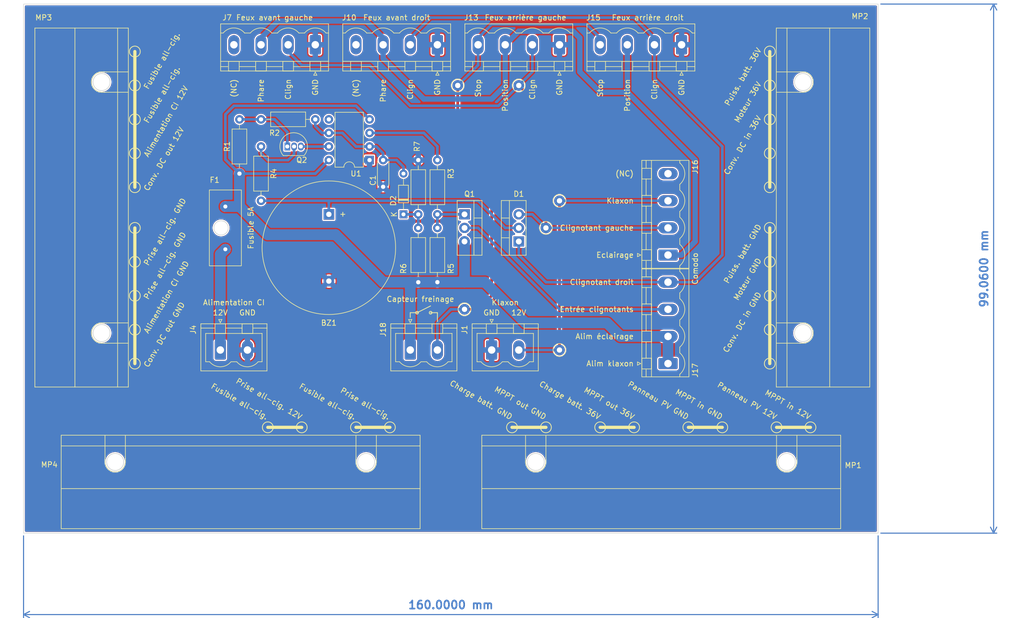
<source format=kicad_pcb>
(kicad_pcb (version 20211014) (generator pcbnew)

  (general
    (thickness 1.6)
  )

  (paper "A4")
  (layers
    (0 "F.Cu" signal)
    (31 "B.Cu" signal)
    (32 "B.Adhes" user "B.Adhesive")
    (33 "F.Adhes" user "F.Adhesive")
    (34 "B.Paste" user)
    (35 "F.Paste" user)
    (36 "B.SilkS" user "B.Silkscreen")
    (37 "F.SilkS" user "F.Silkscreen")
    (38 "B.Mask" user)
    (39 "F.Mask" user)
    (40 "Dwgs.User" user "User.Drawings")
    (41 "Cmts.User" user "User.Comments")
    (42 "Eco1.User" user "User.Eco1")
    (43 "Eco2.User" user "User.Eco2")
    (44 "Edge.Cuts" user)
    (45 "Margin" user)
    (46 "B.CrtYd" user "B.Courtyard")
    (47 "F.CrtYd" user "F.Courtyard")
    (48 "B.Fab" user)
    (49 "F.Fab" user)
    (50 "User.1" user)
    (51 "User.2" user)
    (52 "User.3" user)
    (53 "User.4" user)
    (54 "User.5" user)
    (55 "User.6" user)
    (56 "User.7" user)
    (57 "User.8" user)
    (58 "User.9" user)
  )

  (setup
    (stackup
      (layer "F.SilkS" (type "Top Silk Screen"))
      (layer "F.Paste" (type "Top Solder Paste"))
      (layer "F.Mask" (type "Top Solder Mask") (thickness 0.01))
      (layer "F.Cu" (type "copper") (thickness 0.035))
      (layer "dielectric 1" (type "core") (thickness 1.51) (material "FR4") (epsilon_r 4.5) (loss_tangent 0.02))
      (layer "B.Cu" (type "copper") (thickness 0.035))
      (layer "B.Mask" (type "Bottom Solder Mask") (thickness 0.01))
      (layer "B.Paste" (type "Bottom Solder Paste"))
      (layer "B.SilkS" (type "Bottom Silk Screen"))
      (copper_finish "None")
      (dielectric_constraints no)
    )
    (pad_to_mask_clearance 0)
    (pcbplotparams
      (layerselection 0x00010e0_ffffffff)
      (disableapertmacros false)
      (usegerberextensions false)
      (usegerberattributes true)
      (usegerberadvancedattributes true)
      (creategerberjobfile true)
      (svguseinch false)
      (svgprecision 6)
      (excludeedgelayer true)
      (plotframeref false)
      (viasonmask false)
      (mode 1)
      (useauxorigin false)
      (hpglpennumber 1)
      (hpglpenspeed 20)
      (hpglpendiameter 15.000000)
      (dxfpolygonmode true)
      (dxfimperialunits true)
      (dxfusepcbnewfont true)
      (psnegative false)
      (psa4output false)
      (plotreference true)
      (plotvalue true)
      (plotinvisibletext false)
      (sketchpadsonfab false)
      (subtractmaskfromsilk false)
      (outputformat 1)
      (mirror false)
      (drillshape 0)
      (scaleselection 1)
      (outputdirectory "")
    )
  )

  (net 0 "")
  (net 1 "GND")
  (net 2 "Net-(F1-Pad2)")
  (net 3 "Net-(D1-Pad1)")
  (net 4 "unconnected-(J7-Pad4)")
  (net 5 "unconnected-(J10-Pad4)")
  (net 6 "/Phares")
  (net 7 "Net-(J13-Pad4)")
  (net 8 "Net-(J1-Pad2)")
  (net 9 "/Flasher/Out")
  (net 10 "unconnected-(J17-Pad4)")
  (net 11 "/12V_5A")
  (net 12 "Net-(Q1-Pad1)")
  (net 13 "Net-(C1-Pad1)")
  (net 14 "Net-(D1-Pad3)")
  (net 15 "Net-(Q2-Pad1)")
  (net 16 "unconnected-(U1-Pad5)")
  (net 17 "Net-(Q2-Pad2)")
  (net 18 "/Flasher/Enable")
  (net 19 "Net-(Q2-Pad3)")
  (net 20 "Net-(R3-Pad1)")
  (net 21 "Net-(D2-Pad1)")

  (footprint "circuit:Wago_221-500_SplicingConnectorHolder" (layer "F.Cu") (at 94.615 72.39 90))

  (footprint "circuit:Buzzer_25x16_12.5" (layer "F.Cu") (at 137.16 73.66 -90))

  (footprint "circuit:Strap_D2.0mm_Drill1.0mm" (layer "F.Cu") (at 172.72 49.53))

  (footprint "circuit:Wago_221-500_SplicingConnectorHolder" (layer "F.Cu") (at 120.65 120.015 180))

  (footprint "circuit:Littelfuse_FuseHolder_FL1_178.6764.0001" (layer "F.Cu") (at 117.78 76.2 -90))

  (footprint "circuit:Generic_HeaderSocket_1x02_P5.08mm_Vertical_Open" (layer "F.Cu") (at 116.84 99.06))

  (footprint "Resistor_THT:R_Axial_DIN0207_L6.3mm_D2.5mm_P10.16mm_Horizontal" (layer "F.Cu") (at 157.48 63.5 -90))

  (footprint "circuit:Generic_HeaderSocket_1x04_P5.08mm_Vertical_Open" (layer "F.Cu") (at 180.34 41.91 180))

  (footprint "Package_DIP:DIP-8_W7.62mm" (layer "F.Cu") (at 144.78 63.5 180))

  (footprint "circuit:Strap_D2.0mm_Drill1.0mm" (layer "F.Cu") (at 177.8 76.2))

  (footprint "circuit:Strap_D2.0mm_Drill1.0mm" (layer "F.Cu") (at 180.34 99.06))

  (footprint "circuit:Generic_HeaderSocket_1x04_P5.08mm_Vertical_Open" (layer "F.Cu") (at 203.2 41.91 180))

  (footprint "Package_TO_SOT_THT:TO-220-3_Vertical" (layer "F.Cu") (at 172.72 78.74 90))

  (footprint "Package_TO_SOT_THT:TO-92L_Inline" (layer "F.Cu") (at 129.38 60.96))

  (footprint "circuit:Generic_HeaderSocket_1x04_P5.08mm_Vertical_Open" (layer "F.Cu") (at 134.62 41.91 180))

  (footprint "Resistor_THT:R_Axial_DIN0207_L6.3mm_D2.5mm_P10.16mm_Horizontal" (layer "F.Cu") (at 153.9 73.66 90))

  (footprint "circuit:Generic_HeaderSocket_1x04_P5.08mm_Vertical_Open" (layer "F.Cu") (at 200.66 101.6 90))

  (footprint "Resistor_THT:R_Axial_DIN0207_L6.3mm_D2.5mm_P10.16mm_Horizontal" (layer "F.Cu") (at 157.48 86.36 90))

  (footprint "circuit:Wago_221-500_SplicingConnectorHolder" (layer "F.Cu") (at 225.933 72.39 -90))

  (footprint "Resistor_THT:R_Axial_DIN0207_L6.3mm_D2.5mm_P10.16mm_Horizontal" (layer "F.Cu") (at 124.46 60.96 -90))

  (footprint "Resistor_THT:R_Axial_DIN0207_L6.3mm_D2.5mm_P10.16mm_Horizontal" (layer "F.Cu") (at 153.9 86.37 90))

  (footprint "circuit:Strap_D2.0mm_Drill1.0mm" (layer "F.Cu") (at 162.56 91.44))

  (footprint "Resistor_THT:R_Axial_DIN0207_L6.3mm_D2.5mm_P10.16mm_Horizontal" (layer "F.Cu") (at 120.42 66.04 90))

  (footprint "Resistor_THT:R_Axial_DIN0207_L6.3mm_D2.5mm_P10.16mm_Horizontal" (layer "F.Cu") (at 124.46 55.88))

  (footprint "circuit:Strap_D2.0mm_Drill1.0mm" (layer "F.Cu") (at 180.34 71.12))

  (footprint "Capacitor_THT:C_Disc_D4.3mm_W1.9mm_P5.00mm" (layer "F.Cu") (at 147.32 63.5 -90))

  (footprint "circuit:Strap_D2.0mm_Drill1.0mm" (layer "F.Cu") (at 161.29 49.53))

  (footprint "circuit:Generic_HeaderSocket_1x02_P5.08mm_Vertical_Open" (layer "F.Cu") (at 167.64 99.06))

  (footprint "circuit:Wago_221-500_SplicingConnectorHolder" (layer "F.Cu") (at 199.39 120.015 180))

  (footprint "circuit:Generic_HeaderSocket_1x02_P5.08mm_Vertical_Open" (layer "F.Cu") (at 152.4 99.06))

  (footprint "circuit:Generic_HeaderSocket_1x04_P5.08mm_Vertical_Open" (layer "F.Cu") (at 200.66 81.28 90))

  (footprint "Package_TO_SOT_THT:TO-220-3_Vertical" (layer "F.Cu") (at 162.56 73.66 -90))

  (footprint "circuit:Generic_HeaderSocket_1x04_P5.08mm_Vertical_Open" (layer "F.Cu") (at 157.48 41.91 180))

  (footprint "Diode_THT:D_DO-34_SOD68_P7.62mm_Horizontal" (layer "F.Cu") (at 151.13 73.66 90))

  (gr_circle (center 219.71 43.18) (end 219.71 44.196) (layer "F.SilkS") (width 0.15) (fill none) (tstamp 00cc452e-ba96-4e88-af55-18733b4ebc37))
  (gr_line (start 153.67 92.075) (end 156.21 90.805) (layer "F.SilkS") (width 0.15) (tstamp 037ebb6b-c1e3-482d-a0fb-4947fbe14174))
  (gr_circle (center 227.33 113.538) (end 228.346 113.538) (layer "F.SilkS") (width 0.15) (fill none) (tstamp 055fcf87-c6aa-4d3a-b430-5d09e34b74e5))
  (gr_circle (center 100.838 82.55) (end 100.838 83.566) (layer "F.SilkS") (width 0.15) (fill none) (tstamp 0b32eb5e-cf7d-4f91-a80b-b69cb363145f))
  (gr_circle (center 100.838 55.88) (end 100.838 56.896) (layer "F.SilkS") (width 0.15) (fill none) (tstamp 0d55e7a3-dc43-43c6-9a9a-2009d8d31a46))
  (gr_circle (center 219.71 101.6) (end 219.71 102.616) (layer "F.SilkS") (width 0.15) (fill none) (tstamp 0e0ef8f7-8f11-42c6-a45f-df3b4592f844))
  (gr_circle (center 100.838 76.2) (end 100.838 77.216) (layer "F.SilkS") (width 0.15) (fill none) (tstamp 1c60a30a-615f-448b-a49b-d8cc700366e8))
  (gr_circle (center 219.71 55.88) (end 219.71 56.896) (layer "F.SilkS") (width 0.15) (fill none) (tstamp 1eb217a3-880e-4df2-9811-286c14ac7f74))
  (gr_circle (center 100.838 49.53) (end 100.838 50.546) (layer "F.SilkS") (width 0.15) (fill none) (tstamp 21c33e54-0519-410a-b68d-8ed076ea3b1e))
  (gr_circle (center 219.71 95.25) (end 219.71 96.266) (layer "F.SilkS") (width 0.15) (fill none) (tstamp 22f715ec-100a-4c8e-ab3e-fe94307aa39f))
  (gr_line (start 152.4 92.075) (end 153.67 92.075) (layer "F.SilkS") (width 0.15) (tstamp 2665a517-cfa8-4700-85c7-f742ee9f908d))
  (gr_line (start 219.71 101.6) (end 219.71 76.2) (layer "F.SilkS") (width 0.6) (tstamp 267ab17e-424b-4c5b-bf96-65deaaa5db5d))
  (gr_line (start 171.45 113.538) (end 177.8 113.538) (layer "F.SilkS") (width 0.6) (tstamp 276e2239-1b6d-4c52-a207-9385ed3216ee))
  (gr_circle (center 204.47 113.538) (end 204.47 114.554) (layer "F.SilkS") (width 0.15) (fill none) (tstamp 30a29d66-4141-4259-8081-d6952d8bac58))
  (gr_line (start 152.4 92.964) (end 152.4 92.075) (layer "F.SilkS") (width 0.15) (tstamp 317163f5-2dcf-44f7-ad22-042c6ecaf6a0))
  (gr_circle (center 219.71 76.2) (end 219.71 77.216) (layer "F.SilkS") (width 0.15) (fill none) (tstamp 3415d0f1-a5ec-4da2-977b-59cdf177a34e))
  (gr_circle (center 153.67 92.075) (end 153.67 92.329) (layer "F.SilkS") (width 0.15) (fill none) (tstamp 3ba68855-4f8b-4d02-b57a-7a757e623ac6))
  (gr_line (start 157.48 93.726) (end 157.48 92.075) (layer "F.SilkS") (width 0.15) (tstamp 4884cbfa-0b58-4e04-88a2-8b0679a49cfe))
  (gr_circle (center 177.8 113.538) (end 178.816 113.538) (layer "F.SilkS") (width 0.15) (fill none) (tstamp 4ae8d5b6-ac5e-42d2-b8f3-c8cc021daa80))
  (gr_circle (center 100.838 62.23) (end 100.838 63.246) (layer "F.SilkS") (width 0.15) (fill none) (tstamp 51e3ee0a-facb-4db4-9532-340a50f8f1f2))
  (gr_circle (center 210.82 113.538) (end 211.836 113.538) (layer "F.SilkS") (width 0.15) (fill none) (tstamp 556aaf9d-07f6-43f6-8fc0-4e9785c941f1))
  (gr_circle (center 100.838 101.6) (end 100.838 102.616) (layer "F.SilkS") (width 0.15) (fill none) (tstamp 5bf0cce5-0f16-48e1-8027-73d52d0770a7))
  (gr_line (start 156.21 92.075) (end 157.48 92.075) (layer "F.SilkS") (width 0.15) (tstamp 64594d5f-3d87-4b12-b761-9dd43370d25f))
  (gr_line (start 100.838 101.6) (end 100.838 76.2) (layer "F.SilkS") (width 0.6) (tstamp 6880ab3e-a6aa-4a14-9152-a9eb9358d1fc))
  (gr_circle (center 148.59 113.538) (end 149.606 113.538) (layer "F.SilkS") (width 0.15) (fill none) (tstamp 6a0bff84-e9d8-41a3-aabe-ad4db7905799))
  (gr_circle (center 156.21 92.075) (end 156.21 92.329) (layer "F.SilkS") (width 0.15) (fill none) (tstamp 70832878-fccb-4304-88d0-2e6b8d58c95c))
  (gr_line (start 125.73 113.538) (end 132.08 113.538) (layer "F.SilkS") (width 0.6) (tstamp 762ff740-3b01-4bc8-872a-9874ec8e35e1))
  (gr_circle (center 219.71 62.23) (end 219.71 63.246) (layer "F.SilkS") (width 0.15) (fill none) (tstamp 82d429c8-e93d-4f0a-b38e-c4998fc025d4))
  (gr_circle (center 219.71 88.9) (end 219.71 89.916) (layer "F.SilkS") (width 0.15) (fill none) (tstamp 8c73b2a6-3a37-44e3-a20a-4d59420eda58))
  (gr_circle (center 132.08 113.538) (end 133.096 113.538) (layer "F.SilkS") (width 0.15) (fill none) (tstamp 8c76b169-ab5a-4294-b011-8cc6dbfede52))
  (gr_line (start 142.24 113.538) (end 148.59 113.538) (layer "F.SilkS") (width 0.6) (tstamp 91be0c4d-31d3-4e82-bf1f-77f12a0724d3))
  (gr_circle (center 100.838 68.58) (end 100.838 69.596) (layer "F.SilkS") (width 0.15) (fill none) (tstamp 92debe54-aa60-4d78-93c4-7bed450025c3))
  (gr_circle (center 187.96 113.538) (end 187.96 114.554) (layer "F.SilkS") (width 0.15) (fill none) (tstamp 9e269d91-7d17-4c00-b467-153271320d02))
  (gr_line (start 204.47 113.538) (end 210.82 113.538) (layer "F.SilkS") (width 0.6) (tstamp 9f5f49d5-5120-4673-b032-f8b828707780))
  (gr_circle (center 219.71 68.58) (end 219.71 69.596) (layer "F.SilkS") (width 0.15) (fill none) (tstamp ae522db0-de0e-46c6-a5db-2a3e5dc1e2c8))
  (gr_line (start 187.96 113.538) (end 194.31 113.538) (layer "F.SilkS") (width 0.6) (tstamp b9dd1e64-81b6-4cb3-a41a-714927a1f651))
  (gr_line (start 220.98 113.538) (end 227.33 113.538) (layer "F.SilkS") (width 0.6) (tstamp bd1578a3-4a14-4bd9-bd84-0de04e146746))
  (gr_line (start 219.71 68.58) (end 219.71 43.18) (layer "F.SilkS") (width 0.6) (tstamp c385224b-423f-40f8-919d-7bb5706505b4))
  (gr_circle (center 100.838 43.18) (end 100.838 44.196) (layer "F.SilkS") (width 0.15) (fill none) (tstamp c52275f8-949a-4fec-91e2-a5d4834b2abf))
  (gr_circle (center 194.31 113.538) (end 195.326 113.538) (layer "F.SilkS") (width 0.15) (fill none) (tstamp c623ebf3-b72b-47a6-99f0-44d878243028))
  (gr_circle (center 142.24 113.538) (end 142.24 114.554) (layer "F.SilkS") (width 0.15) (fill none) (tstamp d76ff1a7-35b0-4008-84bc-2c8ee966a14c))
  (gr_circle (center 219.71 82.55) (end 219.71 83.566) (layer "F.SilkS") (width 0.15) (fill none) (tstamp dd06bd11-c251-457b-b962-c3f96bc19116))
  (gr_circle (center 100.838 95.25) (end 100.838 96.266) (layer "F.SilkS") (width 0.15) (fill none) (tstamp e0a52752-2d8f-477c-9516-b9400a50c85b))
  (gr_line (start 100.838 68.58) (end 100.838 43.18) (layer "F.SilkS") (width 0.6) (tstamp e16a7896-6132-41a2-88b1-6a30824e02f1))
  (gr_circle (center 219.71 49.53) (end 219.71 50.546) (layer "F.SilkS") (width 0.15) (fill none) (tstamp e613b6cd-fa9d-4fee-b77c-739df61b24e7))
  (gr_circle (center 125.73 113.538) (end 125.73 114.554) (layer "F.SilkS") (width 0.15) (fill none) (tstamp ec541a50-51a5-45b4-bd93-6dc3c5da4675))
  (gr_circle (center 171.45 113.538) (end 171.45 114.554) (layer "F.SilkS") (width 0.15) (fill none) (tstamp f896295d-a092-487a-b396-fb2265acf685))
  (gr_circle (center 220.98 113.538) (end 220.98 114.554) (layer "F.SilkS") (width 0.15) (fill none) (tstamp f96da55c-37fd-441a-97cf-2faa4effb06f))
  (gr_circle (center 100.838 88.9) (end 100.838 89.916) (layer "F.SilkS") (width 0.15) (fill none) (tstamp ff786ef8-333e-498b-b6d9-09fa2cc3b86f))
  (gr_rect (start 80 34.29) (end 240 133.35) (layer "Edge.Cuts") (width 0.1) (fill none) (tstamp baf93642-2aff-4fc6-b370-4199fa085aee))
  (gr_text "Entrée clignotants" (at 194.31 91.44) (layer "F.SilkS") (tstamp 009327c0-15ee-46e8-892a-58efec518749)
    (effects (font (size 1 1) (thickness 0.15)) (justify right))
  )
  (gr_text "Puiss. batt. 36V" (at 217.805 42.545 60) (layer "F.SilkS") (tstamp 0179d269-e1dc-4937-a3ba-dc7abdc5a4b8)
    (effects (font (size 1 1) (thickness 0.15)) (justify right))
  )
  (gr_text "Capteur freinage" (at 154.305 89.535) (layer "F.SilkS") (tstamp 10f0e3a0-addc-4d65-a2d4-724846e23a5f)
    (effects (font (size 1 1) (thickness 0.15)))
  )
  (gr_text "MPPT in GND" (at 210.82 111.76 330) (layer "F.SilkS") (tstamp 12b35428-8b71-4e7d-bfce-e55e30306b03)
    (effects (font (size 1 1) (thickness 0.15)) (justify right))
  )
  (gr_text "GND" (at 167.64 92.075) (layer "F.SilkS") (tstamp 12d9dba3-877d-4c21-a5de-a6d93121bc35)
    (effects (font (size 1 1) (thickness 0.15)))
  )
  (gr_text "MPPT out 36V" (at 194.31 111.76 330) (layer "F.SilkS") (tstamp 13bbd547-101b-46f3-94a0-1df1740595c5)
    (effects (font (size 1 1) (thickness 0.15)) (justify right))
  )
  (gr_text "Fusible 5A" (at 122.555 76.2 90) (layer "F.SilkS") (tstamp 1544f11d-aee5-4f7d-8a2a-3a2ade2a123d)
    (effects (font (size 1 1) (thickness 0.15)))
  )
  (gr_text "Klaxon" (at 170.18 90.17) (layer "F.SilkS") (tstamp 181f8ef5-8c40-480c-9ede-6f3c7b5ce2ff)
    (effects (font (size 1 1) (thickness 0.15)))
  )
  (gr_text "GND" (at 121.92 92.075) (layer "F.SilkS") (tstamp 184e2e09-0552-4371-9e84-9ca65c6d6146)
    (effects (font (size 1 1) (thickness 0.15)))
  )
  (gr_text "Charge batt. 36V" (at 187.96 111.76 330) (layer "F.SilkS") (tstamp 2069bd85-f5ab-4eeb-82ac-ac9ee9e228da)
    (effects (font (size 1 1) (thickness 0.15)) (justify right))
  )
  (gr_text "Prise all-cig. 12V" (at 132.08 111.76 330) (layer "F.SilkS") (tstamp 21b0bf50-46d5-4c49-8311-ed3f6264e51e)
    (effects (font (size 1 1) (thickness 0.15)) (justify right))
  )
  (gr_text "MPPT out GND" (at 177.8 111.76 330) (layer "F.SilkS") (tstamp 29a589e5-3dc9-406d-8d03-2e70186b2e09)
    (effects (font (size 1 1) (thickness 0.15)) (justify right))
  )
  (gr_text "Clignotant droit" (at 194.31 86.36) (layer "F.SilkS") (tstamp 29d90419-1132-4a2b-970e-b0eccfab1cf9)
    (effects (font (size 1 1) (thickness 0.15)) (justify right))
  )
  (gr_text "GND" (at 134.62 48.26 90) (layer "F.SilkS") (tstamp 2c926ee1-e3c9-40cf-95b9-6c82dc648463)
    (effects (font (size 1 1) (thickness 0.15)) (justify right))
  )
  (gr_text "GND" (at 157.48 48.26 90) (layer "F.SilkS") (tstamp 33c457be-7434-4972-9b74-59a2a75dfe1f)
    (effects (font (size 1 1) (thickness 0.15)) (justify right))
  )
  (gr_text "12V" (at 172.72 92.075) (layer "F.SilkS") (tstamp 3464ffab-61f6-4506-aa32-74780900afde)
    (effects (font (size 1 1) (thickness 0.15)))
  )
  (gr_text "Conv. DC in GND" (at 217.805 88.265 60) (layer "F.SilkS") (tstamp 354f4214-25cc-4c1c-af90-691b93e325f6)
    (effects (font (size 1 1) (thickness 0.15)) (justify right))
  )
  (gr_text "Fusible all-cig." (at 142.24 111.76 330) (layer "F.SilkS") (tstamp 36a31b89-4d85-42e0-a55c-c839a34f9025)
    (effects (font (size 1 1) (thickness 0.15)) (justify right))
  )
  (gr_text "Fusible all-cig." (at 125.73 111.76 330) (layer "F.SilkS") (tstamp 39e7c3a6-7728-4532-abb1-94c7cefee84c)
    (effects (font (size 1 1) (thickness 0.15)) (justify right))
  )
  (gr_text "Conv. DC out 12V" (at 102.87 69.215 60) (layer "F.SilkS") (tstamp 4430018d-167b-42c4-88a6-aec09ab96fc1)
    (effects (font (size 1 1) (thickness 0.15)) (justify left))
  )
  (gr_text "Feux avant gauche" (at 127 36.83) (layer "F.SilkS") (tstamp 479e96c7-febe-46ff-b0f9-4ff5069df68d)
    (effects (font (size 1 1) (thickness 0.15)))
  )
  (gr_text "Feux arrière gauche" (at 173.99 36.83) (layer "F.SilkS") (tstamp 5050200a-ec68-42b1-b377-093dec82d41a)
    (effects (font (size 1 1) (thickness 0.15)))
  )
  (gr_text "Clign" (at 175.26 48.26 90) (layer "F.SilkS") (tstamp 5a15157a-7512-4e5c-84d4-469b0cf5e59f)
    (effects (font (size 1 1) (thickness 0.15)) (justify right))
  )
  (gr_text "Clignotant gauche" (at 194.31 76.2) (layer "F.SilkS") (tstamp 5fdd986d-182f-4920-a3f2-bb498f06298c)
    (effects (font (size 1 1) (thickness 0.15)) (justify right))
  )
  (gr_text "Panneau PV GND" (at 204.47 111.76 330) (layer "F.SilkS") (tstamp 61f9941f-5166-4352-a2f2-5b11a6cad889)
    (effects (font (size 1 1) (thickness 0.15)) (justify right))
  )
  (gr_text "Alimentation CI 12V" (at 102.87 62.865 60) (layer "F.SilkS") (tstamp 65a57779-4789-40b5-bd5a-fe715e8093a8)
    (effects (font (size 1 1) (thickness 0.15)) (justify left))
  )
  (gr_text "12V" (at 116.84 92.075) (layer "F.SilkS") (tstamp 67d847b8-f92c-4347-addf-84d787c4ca95)
    (effects (font (size 1 1) (thickness 0.15)))
  )
  (gr_text "Prise all-cig. GND" (at 102.87 83.185 60) (layer "F.SilkS") (tstamp 6eff0d18-74e4-4ad2-b719-69c3c845f121)
    (effects (font (size 1 1) (thickness 0.15)) (justify left))
  )
  (gr_text "Clign" (at 198.12 48.26 90) (layer "F.SilkS") (tstamp 700b58be-56ba-4cb7-a015-f3877f13d200)
    (effects (font (size 1 1) (thickness 0.15)) (justify right))
  )
  (gr_text "Alimentation CI GND" (at 102.87 95.885 60) (layer "F.SilkS") (tstamp 71182d09-709a-47f7-b7f3-dac75ae64276)
    (effects (font (size 1 1) (thickness 0.15)) (justify left))
  )
  (gr_text "Charge batt. GND" (at 171.45 111.76 330) (layer "F.SilkS") (tstamp 714110b5-09b5-4edb-8143-6d8636562c61)
    (effects (font (size 1 1) (thickness 0.15)) (justify right))
  )
  (gr_text "Stop" (at 165.1 48.26 90) (layer "F.SilkS") (tstamp 722c265d-2783-4131-9fa5-c3608639bdec)
    (effects (font (size 1 1) (thickness 0.15)) (justify right))
  )
  (gr_text "Prise all-cig. GND" (at 102.87 89.535 60) (layer "F.SilkS") (tstamp 7672544e-9c7f-4530-bed9-ccbf1fc792e2)
    (effects (font (size 1 1) (thickness 0.15)) (justify left))
  )
  (gr_text "(NC)" (at 142.24 48.26 90) (layer "F.SilkS") (tstamp 81670fe2-cb26-430f-b727-4812bc9dcec2)
    (effects (font (size 1 1) (thickness 0.15)) (justify right))
  )
  (gr_text "Clign" (at 152.4 48.26 90) (layer "F.SilkS") (tstamp 85a06cc9-afdf-41f7-b124-edeaa893efac)
    (effects (font (size 1 1) (thickness 0.15)) (justify right))
  )
  (gr_text "Clign" (at 129.54 48.26 90) (layer "F.SilkS") (tstamp 8e752887-0b98-4c6b-b65f-b332ae9a9362)
    (effects (font (size 1 1) (thickness 0.15)) (justify right))
  )
  (gr_text "Feux arrière droit" (at 196.85 36.83) (layer "F.SilkS") (tstamp 922a98d4-aa77-4c67-b89f-e480c6ae99db)
    (effects (font (size 1 1) (thickness 0.15)))
  )
  (gr_text "Fusible all-cig." (at 102.87 56.515 60) (layer "F.SilkS") (tstamp 93c27926-85d0-4404-b295-380ef1e37ac5)
    (effects (font (size 1 1) (thickness 0.15)) (justify left))
  )
  (gr_text "Position" (at 170.18 48.26 90) (layer "F.SilkS") (tstamp 9403f260-da8c-45a7-9c0e-fdad94d66a10)
    (effects (font (size 1 1) (thickness 0.15)) (justify right))
  )
  (gr_text "Phare" (at 147.32 48.26 90) (layer "F.SilkS") (tstamp 94258d65-465f-472b-ac8e-490f605ed077)
    (effects (font (size 1 1) (thickness 0.15)) (justify right))
  )
  (gr_text "Moteur GND" (at 217.805 81.915 60) (layer "F.SilkS") (tstamp 9a6087f4-bc8b-43cd-8846-40fb689372eb)
    (effects (font (size 1 1) (thickness 0.15)) (justify right))
  )
  (gr_text "Alim éclairage" (at 194.31 96.52) (layer "F.SilkS") (tstamp ac9c7750-93d2-41f0-97bd-67093134d658)
    (effects (font (size 1 1) (thickness 0.15)) (justify right))
  )
  (gr_text "MPPT in 12V" (at 227.33 111.76 330) (layer "F.SilkS") (tstamp ae97602b-c29e-4540-95a0-a90ab7fb8a31)
    (effects (font (size 1 1) (thickness 0.15)) (justify right))
  )
  (gr_text "Feux avant droit" (at 149.86 36.83) (layer "F.SilkS") (tstamp b2f15d2e-8ab4-4101-9c07-858be9e8e3b8)
    (effects (font (size 1 1) (thickness 0.15)))
  )
  (gr_text "Eclairage" (at 194.31 81.28) (layer "F.SilkS") (tstamp be57702c-5815-47a9-b9b9-e783c8223dc9)
    (effects (font (size 1 1) (thickness 0.15)) (justify right))
  )
  (gr_text "Phare" (at 124.46 48.26 90) (layer "F.SilkS") (tstamp bf17cf21-f1a8-4a6b-80a7-084e7c3b2eb1)
    (effects (font (size 1 1) (thickness 0.15)) (justify right))
  )
  (gr_text "Panneau PV 12V" (at 220.98 111.76 330) (layer "F.SilkS") (tstamp c002088f-cfde-4354-822c-968e274e8262)
    (effects (font (size 1 1) (thickness 0.15)) (justify right))
  )
  (gr_text "Stop" (at 187.96 48.26 90) (layer "F.SilkS") (tstamp c097cb44-de61-4987-b402-80ee892def3d)
    (effects (font (size 1 1) (thickness 0.15)) (justify right))
  )
  (gr_text "Moteur 36V" (at 217.805 48.895 60) (layer "F.SilkS") (tstamp c343e982-c378-429e-a351-6bb7a503e83b)
    (effects (font (size 1 1) (thickness 0.15)) (justify right))
  )
  (gr_text "(NC)" (at 194.31 66.04) (layer "F.SilkS") (tstamp c37607ba-c9a9-4b49-9c6b-40e258059f1a)
    (effects (font (size 1 1) (thickness 0.15)) (justify right))
  )
  (gr_text "Klaxon" (at 194.31 71.12) (layer "F.SilkS") (tstamp c62e4f50-4d66-4232-b6e1-c4686e60ff45)
    (effects (font (size 1 1) (thickness 0.15)) (justify right))
  )
  (gr_text "Alimentation CI" (at 119.38 90.17) (layer "F.SilkS") (tstamp d185276d-52f9-43b2-b205-1ad3d64318ab)
    (effects (font (size 1 1) (thickness 0.15)))
  )
  (gr_text "Conv. DC in 36V" (at 217.805 55.245 60) (layer "F.SilkS") (tstamp d6b3a406-6bda-477d-9ab9-2d46febf82b0)
    (effects (font (size 1 1) (thickness 0.15)) (justify right))
  )
  (gr_text "Alim klaxon" (at 194.31 101.6) (layer "F.SilkS") (tstamp d6dba4b6-cc89-47bc-8a8e-f65dc0b05f49)
    (effects (font (size 1 1) (thickness 0.15)) (justify right))
  )
  (gr_text "Conv. DC out GND" (at 102.87 102.235 60) (layer "F.SilkS") (tstamp d76d4d60-7c6c-4800-9139-422dfceee3ab)
    (effects (font (size 1 1) (thickness 0.15)) (justify left))
  )
  (gr_text "Position" (at 193.04 48.26 90) (layer "F.SilkS") (tstamp d996caa2-9490-43a7-b6d5-be6ef90f2813)
    (effects (font (size 1 1) (thickness 0.15)) (justify right))
  )
  (gr_text "Fusible all-cig." (at 102.87 50.165 60) (layer "F.SilkS") (tstamp dab41d0b-79b2-4449-b22f-6c5c4e5e953e)
    (effects (font (size 1 1) (thickness 0.15)) (justify left))
  )
  (gr_text "Comodo" (at 205.74 83.82 90) (layer "F.SilkS") (tstamp dbb9f5e6-2e8f-4c85-afe4-940d2c33e0c6)
    (effects (font (size 1 1) (thickness 0.15)))
  )
  (gr_text "(NC)" (at 119.38 48.26 90) (layer "F.SilkS") (tstamp e6c921ac-e5b4-4c56-a84a-39691a60427d)
    (effects (font (size 1 1) (thickness 0.15)) (justify right))
  )
  (gr_text "GND" (at 203.2 48.26 90) (layer "F.SilkS") (tstamp f06d498b-d592-47e6-b472-036a273bf9fc)
    (effects (font (size 1 1) (thickness 0.15)) (justify right))
  )
  (gr_text "Puiss. batt. GND" (at 217.805 75.565 60) (layer "F.SilkS") (tstamp f2a68f75-7097-4d14-aa83-0930ed3879c2)
    (effects (font (size 1 1) (thickness 0.15)) (justify right))
  )
  (gr_text "Prise all-cig." (at 148.59 111.76 330) (layer "F.SilkS") (tstamp f5ae01be-f92f-46e1-93d8-12890137dba7)
    (effects (font (size 1 1) (thickness 0.15)) (justify right))
  )
  (gr_text "GND" (at 180.34 48.26 90) (layer "F.SilkS") (tstamp f9a58e77-e2ef-4d43-91c6-174b5c2ccb7e)
    (effects (font (size 1 1) (thickness 0.15)) (justify right))
  )
  (dimension (type aligned) (layer "B.Cu") (tstamp 4e1f1c92-8a9a-4ed5-bef2-e21d317891d9)
    (pts (xy 240 133.35) (xy 80 133.35))
    (height -15.24)
    (gr_text "160.0000 mm" (at 160 146.79) (layer "B.Cu") (tstamp 4e1f1c92-8a9a-4ed5-bef2-e21d317891d9)
      (effects (font (size 1.5 1.5) (thickness 0.3)))
    )
    (format (units 3) (units_format 1) (precision 4))
    (style (thickness 0.2) (arrow_length 1.27) (text_position_mode 0) (extension_height 0.58642) (extension_offset 0.5) keep_text_aligned)
  )
  (dimension (type aligned) (layer "B.Cu") (tstamp 7b10cdd2-34ca-4948-92f5-f31747f57471)
    (pts (xy 240 133.35) (xy 240 34.29))
    (height 21.62)
    (gr_text "99.0600 mm" (at 259.82 83.82 90) (layer "B.Cu") (tstamp 7b10cdd2-34ca-4948-92f5-f31747f57471)
      (effects (font (size 1.5 1.5) (thickness 0.3)))
    )
    (format (units 3) (units_format 1) (precision 4))
    (style (thickness 0.2) (arrow_length 1.27) (text_position_mode 0) (extension_height 0.58642) (extension_offset 0.5) keep_text_aligned)
  )

  (segment (start 116.84 81.14) (end 117.78 80.2) (width 2.032) (layer "B.Cu") (net 2) (tstamp 5c00ef32-89e2-4b31-b097-14aee8989fe3))
  (segment (start 116.84 99.06) (end 116.84 81.14) (width 2.032) (layer "B.Cu") (net 2) (tstamp bbbcfb12-5a4f-4946-9dfa-822d6c963ee0))
  (segment (start 194.31 36.83) (end 198.12 40.64) (width 0.508) (layer "B.Cu") (net 3) (tstamp 1b047a7a-a238-454e-8160-caa19366d198))
  (segment (start 205.74 86.36) (end 200.66 86.36) (width 0.508) (layer "B.Cu") (net 3) (tstamp 4873c0fa-f9f4-4a3b-9e55-0e4de707f919))
  (segment (start 172.72 81.28) (end 177.8 86.36) (width 0.508) (layer "B.Cu") (net 3) (tstamp 5b587f90-2ad8-407c-9476-dfad5d3d8252))
  (segment (start 210.82 81.28) (end 205.74 86.36) (width 0.508) (layer "B.Cu") (net 3) (tstamp 64ccd70d-4c42-4d87-b1d7-1d1154eb1bf7))
  (segment (start 210.82 60.96) (end 210.82 81.28) (width 0.508) (layer "B.Cu") (net 3) (tstamp 851ffa4c-999e-40ab-8ec3-13cd54cd130e))
  (segment (start 172.72 81.28) (end 172.72 78.74) (width 0.508) (layer "B.Cu") (net 3) (tstamp a692b0f7-add8-4118-ae2f-a8afd0a941ca))
  (segment (start 198.12 48.26) (end 210.82 60.96) (width 0.508) (layer "B.Cu") (net 3) (tstamp c704064f-8ed8-4316-8476-f78b187c2d23))
  (segment (start 152.4 40.64) (end 156.21 36.83) (width 0.508) (layer "B.Cu") (net 3) (tstamp cda60d67-cfbe-4899-8113-a44ae70f988a))
  (segment (start 200.66 86.36) (end 177.8 86.36) (width 0.508) (layer "B.Cu") (net 3) (tstamp d02ee71b-f32a-4785-b7c1-5c1bfa3a05ae))
  (segment (start 156.21 36.83) (end 194.31 36.83) (width 0.508) (layer "B.Cu") (net 3) (tstamp daf8d8a4-007f-4463-bbf7-b3835163dda3))
  (segment (start 198.12 41.91) (end 198.12 48.26) (width 0.508) (layer "B.Cu") (net 3) (tstamp e109767f-388d-43c7-b385-1f370cf9d589))
  (segment (start 200.66 81.28) (end 203.2 81.28) (width 1.016) (layer "B.Cu") (net 6) (tstamp 03e25e78-de0a-43c9-be9d-f1bda354831a))
  (segment (start 187.96 50.8) (end 184.15 46.99) (width 1.016) (layer "B.Cu") (net 6) (tstamp 2662ea01-6fbd-4f2d-a0a0-644c1791e8f3))
  (segment (start 170.18 49.53) (end 167.64 52.07) (width 1.016) (layer "B.Cu") (net 6) (tstamp 35cf3ed3-d609-4b6f-8925-bdeb5ede55ff))
  (segment (start 184.15 40.64) (end 182.88 39.37) (width 1.016) (layer "B.Cu") (net 6) (tstamp 3cd90b1f-c080-486b-93d2-e09b09e18f97))
  (segment (start 167.64 52.07) (end 154.94 52.07) (width 1.016) (layer "B.Cu") (net 6) (tstamp 3f27a0ba-06ae-41fa-a3a8-e484448faffd))
  (segment (start 184.15 46.99) (end 184.15 40.64) (width 1.016) (layer "B.Cu") (net 6) (tstamp 4197ec2f-32ba-4e28-9b53-5be0b58dc92e))
  (segment (start 205.74 78.74) (end 205.74 63.5) (width 1.016) (layer "B.Cu") (net 6) (tstamp 48a0fe0d-de3e-4dd5-b912-a6f011b575a2))
  (segment (start 147.32 44.45) (end 154.94 52.07) (width 1.016) (layer "B.Cu") (net 6) (tstamp 57b49646-1da2-4074-a7d9-e344547f344d))
  (segment (start 205.74 63.5) (end 193.04 50.8) (width 1.016) (layer "B.Cu") (net 6) (tstamp 5ac26372-c244-46d2-960a-5df174e80e8d))
  (segment (start 144.145 37.465) (end 147.32 40.64) (width 1.016) (layer "B.Cu") (net 6) (tstamp 5ef8bc12-4dfe-46fc-96bf-78fd239f5675))
  (segment (start 172.72 39.37) (end 170.18 41.91) (width 1.016) (layer "B.Cu") (net 6) (tstamp 71faec62-4780-4281-8494-611fc782074a))
  (segment (start 193.04 50.8) (end 187.96 50.8) (width 1.016) (layer "B.Cu") (net 6) (tstamp 8ca85959-c585-4636-8e94-211ed30eed30))
  (segment (start 193.04 50.8) (end 193.04 40.64) (width 1.016) (layer "B.Cu") (net 6) (tstamp 8f95b7ff-5c40-410e-8fcc-a6c2474a9457))
  (segment (start 170.18 41.91) (end 170.18 49.53) (width 1.016) (layer "B.Cu") (net 6) (tstamp b99290c2-6f32-41e2-afff-748cb8db7787))
  (segment (start 127.635 37.465) (end 144.145 37.465) (width 1.016) (layer "B.Cu") (net 6) (tstamp becf53d0-145d-4e3f-ba33-f70019e12a9e))
  (segment (start 182.88 39.37) (end 172.72 39.37) (width 1.016) (layer "B.Cu") (net 6) (tstamp ddd28225-5026-4e8e-934d-7aaadbc8acc5))
  (segment (start 147.32 44.45) (end 147.32 41.91) (width 1.016) (layer "B.Cu") (net 6) (tstamp ee2f5d29-0b85-43e7-b3e2-0ea7793b7fca))
  (segment (start 203.2 81.28) (end 205.74 78.74) (width 1.016) (layer "B.Cu") (net 6) (tstamp ef4df4a1-07b2-4a92-87d5-495975714946))
  (segment (start 124.46 40.64) (end 127.635 37.465) (width 1.016) (layer "B.Cu") (net 6) (tstamp f59eb8ad-8580-4e20-87c6-782e9228040e))
  (segment (start 167.64 88.9) (end 167.64 63.5) (width 0.508) (layer "F.Cu") (net 7) (tstamp 4e4412b9-c0ee-4fdc-b9cf-345eafb00139))
  (segment (start 165.1 91.44) (end 167.64 88.9) (width 0.508) (layer "F.Cu") (net 7) (tstamp 751946b9-3695-425d-a3e1-bb4bf56f3a95))
  (segment (start 167.64 63.5) (end 161.29 57.15) (width 0.508) (layer "F.Cu") (net 7) (tstamp 929429d7-dbb0-479a-bc72-774154939f15))
  (segment (start 162.56 91.44) (end 165.1 91.44) (width 0.508) (layer "F.Cu") (net 7) (tstamp aa7a1463-5f69-4720-b0a3-f490e61a6372))
  (segment (start 161.29 57.15) (end 161.29 49.53) (width 0.508) (layer "F.Cu") (net 7) (tstamp d439dd61-5921-443f-b481-ccdaf8b00724))
  (segment (start 185.42 38.1) (end 187.96 40.64) (width 0.508) (layer "B.Cu") (net 7) (tstamp 180c0a2e-c9e6-46d6-984b-e682d0446a26))
  (segment (start 165.1 45.72) (end 165.1 41.91) (width 0.508) (layer "B.Cu") (net 7) (tstamp 2544ab90-702a-4571-baca-20aad00ca95b))
  (segment (start 165.1 40.64) (end 167.64 38.1) (width 0.508) (layer "B.Cu") (net 7) (tstamp 904625df-6fca-45d3-86d5-eb2ef3cf357d))
  (segment (start 157.48 99.06) (end 157.48 93.98) (width 0.508) (layer "B.Cu") (net 7) (tstamp a1104868-2d82-4b80-9223-b93dbd0f3aa8))
  (segment (start 161.29 49.53) (end 165.1 45.72) (width 0.508) (layer "B.Cu") (net 7) (tstamp aaf085b3-6514-49d2-8ae3-b803085a48d6))
  (segment (start 167.64 38.1) (end 185.42 38.1) (width 0.508) (layer "B.Cu") (net 7) (tstamp b17bf977-72d6-44fc-9735-73102af16fbb))
  (segment (start 160.02 91.44) (end 162.56 91.44) (width 0.508) (layer "B.Cu") (net 7) (tstamp c4f029d7-7d53-49f5-b580-7aab1eb73184))
  (segment (start 157.48 93.98) (end 160.02 91.44) (width 0.508) (layer "B.Cu") (net 7) (tstamp dd54f6a5-27ae-4b4b-8e0a-717c2b7f4801))
  (segment (start 180.34 71.12) (end 180.34 99.06) (width 0.508) (layer "F.Cu") (net 8) (tstamp fc586361-934b-48b1-8167-21afb98bfced))
  (segment (start 172.72 99.06) (end 180.34 99.06) (width 0.508) (layer "B.Cu") (net 8) (tstamp 65792217-74d9-4125-94a1-cd04d3a182c0))
  (segment (start 180.34 71.12) (end 200.66 71.12) (width 0.508) (layer "B.Cu") (net 8) (tstamp 874c3ad9-c635-42f6-803b-f251bb60d266))
  (segment (start 180.34 91.44) (end 200.66 91.44) (width 0.508) (layer "B.Cu") (net 9) (tstamp 107a0ae7-71cb-48ec-8093-42c100918039))
  (segment (start 162.56 76.2) (end 165.1 76.2) (width 0.508) (layer "B.Cu") (net 9) (tstamp 217529c4-552a-458a-92c7-c771b770a2f2))
  (segment (start 165.1 76.2) (end 180.34 91.44) (width 0.508) (layer "B.Cu") (net 9) (tstamp cac6af1a-a951-4b42-a3c5-127b4f03477f))
  (segment (start 119.38 53.34) (end 142.24 53.34) (width 0.508) (layer "B.Cu") (net 11) (tstamp 0bbddc3c-6072-4d58-a8fc-ca1bf718c0f2))
  (segment (start 120.38 72.2) (end 120.42 72.16) (width 2.032) (layer "B.Cu") (net 11) (tstamp 0c3a48c2-dd38-4ceb-b526-59620e69d231))
  (segment (start 142.24 53.34) (end 144.78 55.88) (width 0.508) (layer "B.Cu") (net 11) (tstamp 271c2193-425e-4f4f-b6ba-d11a5377eac9))
  (segment (start 166.37 86.36) (end 173.99 93.98) (width 2.032) (layer "B.Cu") (net 11) (tstamp 38218db1-222a-47b2-988e-31b304c7afe2))
  (segment (start 120.42 66.04) (end 117.78 63.4) (width 0.508) (layer "B.Cu") (net 11) (tstamp 3a87861e-ed2f-4b95-ae89-8fe6144aa10c))
  (segment (start 152.4 99.06) (end 152.4 86.36) (width 2.032) (layer "B.Cu") (net 11) (tstamp 50463304-2c06-470f-a690-d7fa15f26a63))
  (segment (start 147.32 86.36) (end 152.4 86.36) (width 2.032) (layer "B.Cu") (net 11) (tstamp 511b1128-6934-422b-9d5b-50cf7dd1f238))
  (segment (start 134.62 66.04) (end 137.16 63.5) (width 0.508) (layer "B.Cu") (net 11) (tstamp 5c6baefa-901d-428f-a065-bce73a32690e))
  (segment (start 117.78 54.94) (end 119.38 53.34) (width 0.508) (layer "B.Cu") (net 11) (tstamp 664f7f69-775f-48ee-affa-133481c93bfb))
  (segment (start 189.23 93.98) (end 191.77 96.52) (width 2.032) (layer "B.Cu") (net 11) (tstamp 89c914c6-2ce2-4529-a3a7-1807ee7d7256))
  (segment (start 200.66 101.6) (end 200.66 96.52) (width 2.032) (layer "B.Cu") (net 11) (tstamp a314a824-fad8-4089-b47c-abfff9fe858c))
  (segment (start 125.73 77.47) (end 138.43 77.47) (width 2.032) (layer "B.Cu") (net 11) (tstamp a9959c0c-c282-46f3-b88f-3d8c2e157a44))
  (segment (start 162.56 78.74) (end 162.56 86.36) (width 2.032) (layer "B.Cu") (net 11) (tstamp acad9e44-9b8c-4ae2-a854-5e709364e968))
  (segment (start 138.43 77.47) (end 147.32 86.36) (width 2.032) (layer "B.Cu") (net 11) (tstamp aee0457d-a342-4a6e-82ff-21c3c24898d2))
  (segment (start 120.42 72.16) (end 125.73 77.47) (width 2.032) (layer "B.Cu") (net 11) (tstamp b0865ccc-3b52-4180-9819-46919197d26a))
  (segment (start 162.56 86.36) (end 166.37 86.36) (width 2.032) (layer "B.Cu") (net 11) (tstamp b394a086-6225-4656-b42a-2220e1656bea))
  (segment (start 157.48 86.36) (end 162.56 86.36) (width 2.032) (layer "B.Cu") (net 11) (tstamp d7288496-2ba3-4172-a3be-6ae0b5dda486))
  (segment (start 173.99 93.98) (end 189.23 93.98) (width 2.032) (layer "B.Cu") (net 11) (tstamp d84ef127-d3e2-4f7f-b454-444e2ae17f02))
  (segment (start 120.42 66.04) (end 134.62 66.04) (width 0.508) (layer "B.Cu") (net 11) (tstamp e6a44a26-4d05-48ff-9b82-1d97ef5ac992))
  (segment (start 191.77 96.52) (end 200.66 96.52) (width 2.032) (layer "B.Cu") (net 11) (tstamp e9ebf18d-4744-43b3-9e87-34d9e5542be9))
  (segment (start 117.78 72.2) (end 120.38 72.2) (width 2.032) (layer "B.Cu") (net 11) (tstamp f08abcb1-c19a-44aa-8167-12b49075c0ec))
  (segment (start 120.42 66.04) (end 120.42 72.16) (width 2.032) (layer "B.Cu") (net 11) (tstamp f0ec7bd5-c75c-4d18-8251-5fc7a51ff194))
  (segment (start 157.48 86.36) (end 152.4 86.36) (width 2.032) (layer "B.Cu") (net 11) (tstamp f3507c9b-c4f9-4e43-b81c-a1474992c9f8))
  (segment (start 117.78 63.4) (end 117.78 54.94) (width 0.508) (layer "B.Cu") (net 11) (tstamp fa224051-0c8e-4141-8e53-e75281d81119))
  (segment (start 157.48 76.2) (end 157.48 73.66) (width 0.508) (layer "B.Cu") (net 12) (tstamp 7f3500fd-12a2-44e3-8ef0-554bad7c8c52))
  (segment (start 162.56 73.66) (end 157.48 73.66) (width 0.508) (layer "B.Cu") (net 12) (tstamp dfcaf409-d79b-4623-8b54-a02f303bd123))
  (segment (start 146.05 60.96) (end 147.32 62.23) (width 0.508) (layer "B.Cu") (net 13) (tstamp 043ab0a0-41fa-4e52-bcbb-6ac30c65e114))
  (segment (start 147.32 63.5) (end 149.86 63.5) (width 0.508) (layer "B.Cu") (net 13) (tstamp 43b06685-0408-4768-a68f-8221d53f57a9))
  (segment (start 149.86 63.5) (end 151.13 64.77) (width 0.508) (layer "B.Cu") (net 13) (tstamp 45d601d1-4b66-433f-b3ca-f2c9b581a1c2))
  (segment (start 137.16 58.42) (end 135.89 58.42) (width 0.508) (layer "B.Cu") (net 13) (tstamp 6e7e9711-2e07-479a-b281-925048fc1401))
  (segment (start 144.78 60.96) (end 146.05 60.96) (width 0.508) (layer "B.Cu") (net 13) (tstamp 7dee7fef-e1a4-467e-a4ea-73fcd03cb72f))
  (segment (start 147.32 62.23) (end 147.32 63.5) (width 0.508) (layer "B.Cu") (net 13) (tstamp 9224512b-9f2f-4ef6-a4ac-592c79a43e8d))
  (segment (start 144.78 60.96) (end 142.24 60.96) (width 0.508) (layer "B.Cu") (net 13) (tstamp a46ecaa2-cecc-46dd-ba94-93aaf048bcb5))
  (segment (start 135.89 58.42) (end 134.62 57.15) (width 0.508) (layer "B.Cu") (net 13) (tstamp a757b50b-5247-4d96-bd7a-0c20a5ef89df))
  (segment (start 151.13 64.77) (end 151.13 66.04) (width 0.508) (layer "B.Cu") (net 13) (tstamp b1509f1d-0b52-4c2d-913d-76a5cb5106ba))
  (segment (start 139.7 58.42) (end 137.16 58.42) (width 0.508) (layer "B.Cu") (net 13) (tstamp b96401a6-6bb6-42a4-9bd8-45e9c495ddc0))
  (segment (start 134.62 57.15) (end 134.62 55.88) (width 0.508) (layer "B.Cu") (net 13) (tstamp bddbf097-8e8d-4f65-b645-63bcf33be2f3))
  (segment (start 142.24 60.96) (end 139.7 58.42) (width 0.508) (layer "B.Cu") (net 13) (tstamp c51dce9b-81fc-4bae-bd9a-532409c48c28))
  (segment (start 177.8 76.2) (end 177.8 54.61) (width 0.508) (layer "F.Cu") (net 14) (tstamp de70f347-4fc5-4ad6-a2d6-1f38fbe40c3e))
  (segment (start 177.8 54.61) (end 172.72 49.53) (width 0.508) (layer "F.Cu") (net 14) (tstamp ee93d3ea-3eec-481e-b1cd-ba370f6b100e))
  (segment (start 144.78 45.72) (end 132.08 45.72) (width 0.508) (layer "B.Cu") (net 14) (tstamp 138f1a24-8f98-4b2b-9c62-11b0909a5a27))
  (segment (start 172.72 49.53) (end 175.26 46.99) (width 0.508) (layer "B.Cu") (net 14) (tstamp 2251785c-eb4d-4ba1-8c2d-12abdfd8b133))
  (segment (start 177.8 76.2) (end 200.66 76.2) (width 0.508) (layer "B.Cu") (net 14) (tstamp 243eead3-a258-4c94-aee9-19b33475f78b))
  (segment (start 175.26 73.66) (end 172.72 73.66) (width 0.508) (layer "B.Cu") (net 14) (tstamp 4a45a9fe-67f6-4f90-9537-0c2d7cf77186))
  (segment (start 177.8 76.2) (end 175.26 73.66) (width 0.508) (layer "B.Cu") (net 14) (tstamp 63bb83a3-a96c-4531-8ca4-5f6a12311b79))
  (segment (start 132.08 45.72) (end 129.54 43.18) (width 0.508) (layer "B.Cu") (net 14) (tstamp 8fd53ff8-1a6b-45b0-bde2-963773f2cbf4))
  (segment (start 175.26 41.91) (end 175.26 46.99) (width 0.508) (layer "B.Cu") (net 14) (tstamp b3205ce7-b2dc-45e6-acd2-fcf688f3ddfd))
  (segment (start 152.4 53.34) (end 144.78 45.72) (width 0.508) (layer "B.Cu") (net 14) (tstamp c6399507-8805-4838-9aae-2e8a3bbd8eb0))
  (segment (start 172.72 49.53) (end 168.91 53.34) (width 0.508) (layer "B.Cu") (net 14) (tstamp caf96b26-7c5a-454e-a4ca-067aa9a60c15))
  (segment (start 168.91 53.34) (end 152.4 53.34) (width 0.508) (layer "B.Cu") (net 14) (tstamp f014bd5a-6c6e-4768-8bb0-690bb8f32398))
  (segment (start 127 55.88) (end 124.46 55.88) (width 0.508) (layer "B.Cu") (net 15) (tstamp 15ff7214-4326-46dd-b501-dd6c1476ada1))
  (segment (start 120.42 55.88) (end 124.46 55.88) (width 0.508) (layer "B.Cu") (net 15) (tstamp 78edaf5b-d275-43ca-a42a-6e63fe60da9f))
  (segment (start 129.38 60.96) (end 129.38 58.26) (width 0.508) (layer "B.Cu") (net 15) (tstamp 7ca8bc32-b824-4c83-bf1f-7679a90b4862))
  (segment (start 129.38 58.26) (end 127 55.88) (width 0.508) (layer "B.Cu") (net 15) (tstamp ed20a8db-b4f5-4ebf-8d4b-2830fca673a7))
  (segment (start 130.65 62.39) (end 129.54 63.5) (width 0.508) (layer "B.Cu") (net 17) (tstamp 084b79de-9aa5-4d6b-b5fb-783c0871e67a))
  (segment (start 129.54 63.5) (end 125.73 63.5) (width 0.508) (layer "B.Cu") (net 17) (tstamp 1c80fa92-cf7d-431a-be92-197c269377ed))
  (segment (start 125.73 63.5) (end 124.46 62.23) (width 0.508) (layer "B.Cu") (net 17) (tstamp c2135daf-b3c8-4beb-a8eb-14f9efcfde0d))
  (segment (start 124.46 62.23) (end 124.46 60.96) (width 0.508) (layer "B.Cu") (net 17) (tstamp cf167a03-067b-45b6-ac6b-3ae8a013522c))
  (segment (start 130.65 60.96) (end 130.65 62.39) (width 0.508) (layer "B.Cu") (net 17) (tstamp d51e24ad-b1de-4709-a7ec-39da1c7a3ed0))
  (segment (start 137.16 71.12) (end 165.1 71.12) (width 0.508) (layer "B.Cu") (net 18) (tstamp 17ff891a-e196-4798-a432-ae835d25b8f0))
  (segment (start 137.16 73.66) (end 137.16 71.12) (width 0.508) (layer "B.Cu") (net 18) (tstamp 5791ccc7-3414-4280-961d-ac7229a1b2d0))
  (segment (start 137.16 71.12) (end 124.46 71.12) (width 0.508) (layer "B.Cu") (net 18) (tstamp 5d731d15-b568-4be1-b2f2-4b8219df0c17))
  (segment (start 170.18 76.2) (end 172.72 76.2) (width 0.508) (layer "B.Cu") (net 18) (tstamp a252c11f-f383-414e-8361-4e3d69d3628a))
  (segment (start 165.1 71.12) (end 170.18 76.2) (width 0.508) (layer "B.Cu") (net 18) (tstamp f5b0b513-234d-4b6a-85a4-78a00cf54e50))
  (segment (start 137.16 60.96) (end 131.92 60.96) (width 0.508) (layer "B.Cu") (net 19) (tstamp 01bddfc0-ed72-42d5-b4e7-180035aacc11))
  (segment (start 154.94 58.42) (end 144.78 58.42) (width 0.508) (layer "B.Cu") (net 20) (tstamp 77ba73e0-a600-42ee-8f55-3e4be699327e))
  (segment (start 157.48 63.5) (end 157.48 60.96) (width 0.508) (layer "B.Cu") (net 20) (tstamp 9ae18c32-b9d2-4cde-b430-c1b81de695fd))
  (segment (start 157.48 60.96) (end 154.94 58.42) (width 0.508) (layer "B.Cu") (net 20) (tstamp e4c75967-5b02-43ba-9e08-7e1bad5ea802))
  (segment (start 153.9 73.66) (end 153.9 76.21) (width 0.508) (layer "B.Cu") (net 21) (tstamp 7c6d76ee-cc48-4d67-9bcb-8fb6cbd27d59))
  (segment (start 153.9 73.66) (end 151.13 73.66) (width 0.508) (layer "B.Cu") (net 21) (tstamp b2683740-1693-4440-9475-8093dd1daa8b))

  (zone (net 0) (net_name "") (layer "F.Cu") (tstamp 5b57644c-93a9-451c-9804-58b37675bb3d) (hatch edge 0.508)
    (connect_pads (clearance 0.254))
    (min_thickness 0.4) (filled_areas_thickness no)
    (fill yes (thermal_gap 0.508) (thermal_bridge_width 1.016) (island_removal_mode 1) (island_area_min 0))
    (polygon
      (pts
        (xy 240.03 133.35)
        (xy 80.01 133.35)
        (xy 80.01 34.29)
        (xy 240.03 34.29)
      )
    )
    (filled_polygon
      (layer "F.Cu")
      (island)
      (pts
        (xy 239.632843 34.564207)
        (xy 239.702084 34.619426)
        (xy 239.740511 34.699218)
        (xy 239.7455 34.7435)
        (xy 239.7455 132.8965)
        (xy 239.725793 132.982843)
        (xy 239.670574 133.052084)
        (xy 239.590782 133.090511)
        (xy 239.5465 133.0955)
        (xy 80.4535 133.0955)
        (xy 80.367157 133.075793)
        (xy 80.297916 133.020574)
        (xy 80.259489 132.940782)
        (xy 80.2545 132.8965)
        (xy 80.2545 119.9566)
        (xy 95.29668 119.9566)
        (xy 95.298975 120.015)
        (xy 95.306991 120.219022)
        (xy 95.308254 120.22594)
        (xy 95.308255 120.225945)
        (xy 95.339824 120.398798)
        (xy 95.354174 120.477373)
        (xy 95.437289 120.726499)
        (xy 95.554677 120.961429)
        (xy 95.703995 121.177474)
        (xy 95.882265 121.370325)
        (xy 96.085929 121.536134)
        (xy 96.091953 121.539761)
        (xy 96.091959 121.539765)
        (xy 96.23534 121.626087)
        (xy 96.310924 121.671592)
        (xy 96.390466 121.705274)
        (xy 96.546282 121.771254)
        (xy 96.546288 121.771256)
        (xy 96.552761 121.773997)
        (xy 96.559557 121.775799)
        (xy 96.559563 121.775801)
        (xy 96.799813 121.839502)
        (xy 96.799816 121.839503)
        (xy 96.806614 121.841305)
        (xy 96.960581 121.859528)
        (xy 97.060437 121.871347)
        (xy 97.060441 121.871347)
        (xy 97.067418 121.872173)
        (xy 97.19155 121.869248)
        (xy 97.322944 121.866152)
        (xy 97.32295 121.866151)
        (xy 97.32997 121.865986)
        (xy 97.58903 121.822866)
        (xy 97.839431 121.743675)
        (xy 97.88629 121.721174)
        (xy 98.069843 121.633033)
        (xy 98.069848 121.63303)
        (xy 98.076175 121.629992)
        (xy 98.187042 121.555912)
        (xy 98.288692 121.487992)
        (xy 98.288693 121.487991)
        (xy 98.294539 121.484085)
        (xy 98.421551 121.370325)
        (xy 98.484921 121.313566)
        (xy 98.484923 121.313564)
        (xy 98.490167 121.308867)
        (xy 98.659154 121.107832)
        (xy 98.79813 120.884992)
        (xy 98.868199 120.726499)
        (xy 98.901477 120.651226)
        (xy 98.901479 120.651219)
        (xy 98.90432 120.644794)
        (xy 98.975607 120.39203)
        (xy 99.010568 120.131742)
        (xy 99.014237 120.015)
        (xy 99.010103 119.9566)
        (xy 142.28668 119.9566)
        (xy 142.288975 120.015)
        (xy 142.296991 120.219022)
        (xy 142.298254 120.22594)
        (xy 142.298255 120.225945)
        (xy 142.329824 120.398798)
        (xy 142.344174 120.477373)
        (xy 142.427289 120.726499)
        (xy 142.544677 120.961429)
        (xy 142.693995 121.177474)
        (xy 142.872265 121.370325)
        (xy 143.075929 121.536134)
        (xy 143.081953 121.539761)
        (xy 143.081959 121.539765)
        (xy 143.22534 121.626087)
        (xy 143.300924 121.671592)
        (xy 143.380466 121.705274)
        (xy 143.536282 121.771254)
        (xy 143.536288 121.771256)
        (xy 143.542761 121.773997)
        (xy 143.549557 121.775799)
        (xy 143.549563 121.775801)
        (xy 143.789813 121.839502)
        (xy 143.789816 121.839503)
        (xy 143.796614 121.841305)
        (xy 143.950581 121.859528)
        (xy 144.050437 121.871347)
        (xy 144.050441 121.871347)
        (xy 144.057418 121.872173)
        (xy 144.18155 121.869248)
        (xy 144.312944 121.866152)
        (xy 144.31295 121.866151)
        (xy 144.31997 121.865986)
        (xy 144.57903 121.822866)
        (xy 144.829431 121.743675)
        (xy 144.87629 121.721174)
        (xy 145.059843 121.633033)
        (xy 145.059848 121.63303)
        (xy 145.066175 121.629992)
        (xy 145.177042 121.555912)
        (xy 145.278692 121.487992)
        (xy 145.278693 121.487991)
        (xy 145.284539 121.484085)
        (xy 145.411551 121.370325)
        (xy 145.474921 121.313566)
        (xy 145.474923 121.313564)
        (xy 145.480167 121.308867)
        (xy 145.649154 121.107832)
        (xy 145.78813 120.884992)
        (xy 145.858199 120.726499)
        (xy 145.891477 120.651226)
        (xy 145.891479 120.651219)
        (xy 145.89432 120.644794)
        (xy 145.965607 120.39203)
        (xy 146.000568 120.131742)
        (xy 146.004237 120.015)
        (xy 146.000103 119.9566)
        (xy 174.03668 119.9566)
        (xy 174.038975 120.015)
        (xy 174.046991 120.219022)
        (xy 174.048254 120.22594)
        (xy 174.048255 120.225945)
        (xy 174.079824 120.398798)
        (xy 174.094174 120.477373)
        (xy 174.177289 120.726499)
        (xy 174.294677 120.961429)
        (xy 174.443995 121.177474)
        (xy 174.622265 121.370325)
        (xy 174.825929 121.536134)
        (xy 174.831953 121.539761)
        (xy 174.831959 121.539765)
        (xy 174.97534 121.626087)
        (xy 175.050924 121.671592)
        (xy 175.130466 121.705274)
        (xy 175.286282 121.771254)
        (xy 175.286288 121.771256)
        (xy 175.292761 121.773997)
        (xy 175.299557 121.775799)
        (xy 175.299563 121.775801)
        (xy 175.539813 121.839502)
        (xy 175.539816 121.839503)
        (xy 175.546614 121.841305)
        (xy 175.700581 121.859528)
        (xy 175.800437 121.871347)
        (xy 175.800441 121.871347)
        (xy 175.807418 121.872173)
        (xy 175.93155 121.869248)
        (xy 176.062944 121.866152)
        (xy 176.06295 121.866151)
        (xy 176.06997 121.865986)
        (xy 176.32903 121.822866)
        (xy 176.579431 121.743675)
        (xy 176.62629 121.721174)
        (xy 176.809843 121.633033)
        (xy 176.809848 121.63303)
        (xy 176.816175 121.629992)
        (xy 176.927042 121.555912)
        (xy 177.028692 121.487992)
        (xy 177.028693 121.487991)
        (xy 177.034539 121.484085)
        (xy 177.161551 121.370325)
        (xy 177.224921 121.313566)
        (xy 177.224923 121.313564)
        (xy 177.230167 121.308867)
        (xy 177.399154 121.107832)
        (xy 177.53813 120.884992)
        (xy 177.608199 120.726499)
        (xy 177.641477 120.651226)
        (xy 177.641479 120.651219)
        (xy 177.64432 120.644794)
        (xy 177.715607 120.39203)
        (xy 177.750568 120.131742)
        (xy 177.754237 120.015)
        (xy 177.750103 119.9566)
        (xy 221.02668 119.9566)
        (xy 221.028975 120.015)
        (xy 221.036991 120.219022)
        (xy 221.038254 120.22594)
        (xy 221.038255 120.225945)
        (xy 221.069824 120.398798)
        (xy 221.084174 120.477373)
        (xy 221.167289 120.726499)
        (xy 221.284677 120.961429)
        (xy 221.433995 121.177474)
        (xy 221.612265 121.370325)
        (xy 221.815929 121.536134)
        (xy 221.821953 121.539761)
        (xy 221.821959 121.539765)
        (xy 221.96534 121.626087)
        (xy 222.040924 121.671592)
        (xy 222.120466 121.705274)
        (xy 222.276282 121.771254)
        (xy 222.276288 121.771256)
        (xy 222.282761 121.773997)
        (xy 222.289557 121.775799)
        (xy 222.289563 121.775801)
        (xy 222.529813 121.839502)
        (xy 222.529816 121.839503)
        (xy 222.536614 121.841305)
        (xy 222.690581 121.859528)
        (xy 222.790437 121.871347)
        (xy 222.790441 121.871347)
        (xy 222.797418 121.872173)
        (xy 222.92155 121.869248)
        (xy 223.052944 121.866152)
        (xy 223.05295 121.866151)
        (xy 223.05997 121.865986)
        (xy 223.31903 121.822866)
        (xy 223.569431 121.743675)
        (xy 223.61629 121.721174)
        (xy 223.799843 121.633033)
        (xy 223.799848 121.63303)
        (xy 223.806175 121.629992)
        (xy 223.917042 121.555912)
        (xy 224.018692 121.487992)
        (xy 224.018693 121.487991)
        (xy 224.024539 121.484085)
        (xy 224.151551 121.370325)
        (xy 224.214921 121.313566)
        (xy 224.214923 121.313564)
        (xy 224.220167 121.308867)
        (xy 224.389154 121.107832)
        (xy 224.52813 120.884992)
        (xy 224.598199 120.726499)
        (xy 224.631477 120.651226)
        (xy 224.631479 120.651219)
        (xy 224.63432 120.644794)
        (xy 224.705607 120.39203)
        (xy 224.740568 120.131742)
        (xy 224.744237 120.015)
        (xy 224.740103 119.9566)
        (xy 224.726187 119.76006)
        (xy 224.726186 119.760055)
        (xy 224.725689 119.753031)
        (xy 224.714777 119.702344)
        (xy 224.695084 119.610878)
        (xy 224.670414 119.496289)
        (xy 224.579515 119.249897)
        (xy 224.576175 119.243706)
        (xy 224.45814 119.024949)
        (xy 224.458136 119.024943)
        (xy 224.454806 119.018771)
        (xy 224.298775 118.807522)
        (xy 224.183026 118.689941)
        (xy 224.119469 118.625378)
        (xy 224.119468 118.625377)
        (xy 224.114535 118.620366)
        (xy 223.905764 118.461036)
        (xy 223.676625 118.332712)
        (xy 223.54446 118.281581)
        (xy 223.43826 118.240495)
        (xy 223.438255 118.240494)
        (xy 223.431691 118.237954)
        (xy 223.175849 118.178653)
        (xy 223.168853 118.178047)
        (xy 223.168846 118.178046)
        (xy 223.025981 118.165673)
        (xy 222.914204 118.155992)
        (xy 222.907172 118.156379)
        (xy 222.907169 118.156379)
        (xy 222.727908 118.166245)
        (xy 222.651976 118.170424)
        (xy 222.394397 118.221659)
        (xy 222.255273 118.270516)
        (xy 222.153248 118.306345)
        (xy 222
... [555357 chars truncated]
</source>
